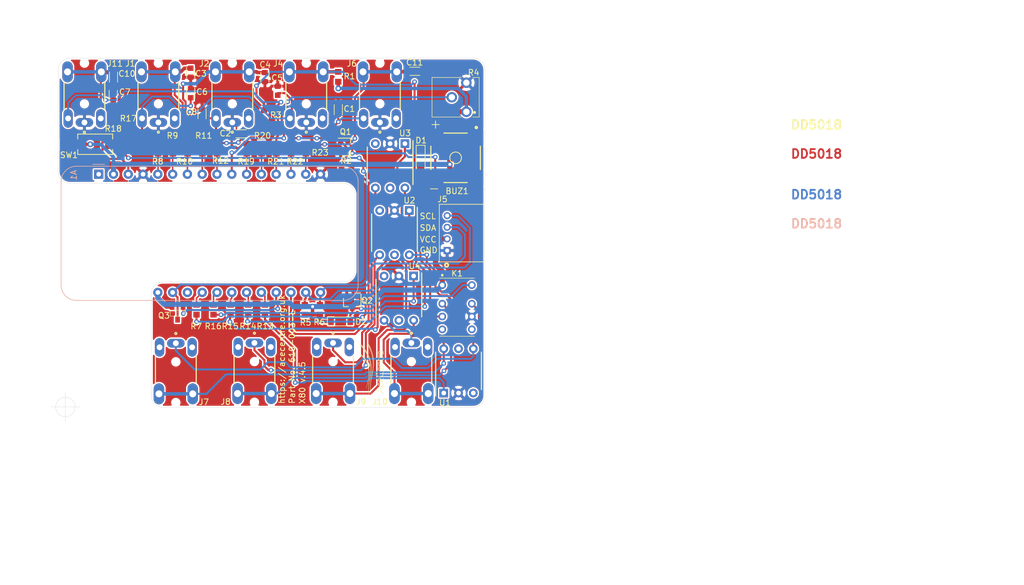
<source format=kicad_pcb>
(kicad_pcb (version 20211014) (generator pcbnew)
  (title_block (title "DD5018 X80 MAIN PCB V4.5") (date "2023-01-05") (rev "DD5018") (company "MJ Electronics Ltd.") (comment 1 "1661 Melton Road") (comment 2 "East Goscote") (comment 3 "Leicestershire") (comment 4 "LE7 4YQ") (comment 5 "01162-693833") (comment 6 "sales@mjelectronics.co.uk") (comment 7 "PTH PLATED THROUGH HOLE") (comment 8 "1 & 2 GREEN") (comment 9 "1 & 2 WHITE"))
  (layers (0 "F.Cu" signal) (31 "B.Cu" signal) (34 "B.Paste" user) (35 "F.Paste" user) (36 "B.SilkS" user "B.Silkscreen") (37 "F.SilkS" user "F.Silkscreen") (38 "B.Mask" user) (39 "F.Mask" user) (44 "Edge.Cuts" user))
  (net 0 "")
  (net 1 "GND")
  (net 2 "/RST")
  (net 3 "/A5")
  (net 4 "/GPIOSCK")
  (net 5 "VCC")
  (net 6 "/GPIOMOSI")
  (net 7 "/GPIOMISO")
  (net 8 "/SCL")
  (net 9 "/SDA")
  (net 10 "/GPIO02")
  (net 11 "/GPIO08")
  (net 12 "/GPIO09")
  (net 13 "/GPIO10")
  (net 14 "/GPIO11")
  (net 15 "/GPIO12")
  (net 16 "/USB")
  (net 17 "/A0")
  (net 18 "/A4")
  (net 19 "/A1")
  (net 20 "/A2")
  (net 21 "/A3")
  (net 22 "/J6_P")
  (net 23 "Net-(Q1-PadB)")
  (net 24 "Net-(Q2-PadB)")
  (net 25 "Net-(A1-Pad5)")
  (net 29 "Net-(A1-Pad6)")
  (net 30 "/A7-VREF")
  (net 31 "Net-(A1-Pad7)")
  (net 34 "/J5_G")
  (net 36 "Net-(A1-Pad8)")
  (net 37 "/J5_P")
  (net 38 "/J4_G")
  (net 41 "/J4_P")
  (net 42 "/J3_G")
  (net 45 "/J3_P")
  (net 46 "/J2_G")
  (net 49 "/J2_P")
  (net 58 "Net-(BUZ1-Pad3)")
  (net 61 "Net-(D2-PadA)")
  (net 62 "Net-(R13-Pad2)")
  (net 63 "Net-(R14-Pad2)")
  (net 64 "Net-(R15-Pad2)")
  (net 65 "Net-(R16-Pad2)")
  (net 66 "Net-(A1-Pad9)")
  (net 67 "/D0")
  (net 68 "/D1")
  (net 70 "Net-(A1-Pad11)")
  (net 71 "Net-(A1-Pad12)")
  (net 72 "Net-(A1-Pad13)")
  (net 73 "Net-(A1-Pad14)")
  (net 74 "Net-(A1-Pad15)")
  (net 75 "Net-(A1-Pad20)")
  (net 76 "Net-(A1-Pad3)")
  (net 77 "Net-(A1-Pad27)")
  (footprint "X10 - Main Board_RevB:CAPC1608X85" (layer "F.Cu") (at 139.0161 77.5511 -90)
    (fp_text reference "C3")
    (fp_text value "10nF")
  )
  (footprint "X10 - Main Board_RevB:CAPC1608X85" (layer "F.Cu") (at 125.7161 81.4511 90)
    (fp_text reference "C7")
    (fp_text value "10nF")
  )
  (footprint "X10 - Main Board_RevB:3306P1103" (layer "F.Cu") (at 183.8661 81.7716 90)
    (fp_text reference "R4")
    (fp_text value "POT-3306P")
  )
  (footprint "X10 - Main Board_RevB:R0603" (layer "F.Cu") (at 151.7661 118.2871 -90)
    (fp_text reference "R13")
    (fp_text value "390R")
  )
  (footprint "Connector_BarrelJack:1503-19" (layer "F.Cu") (at 133.4661 71.3961 -90)
    (fp_text reference "J1")
    (fp_text value "1503 19")
  )
  (footprint "X10 - Main Board_RevB:R0603" (layer "F.Cu") (at 158.6161 118.3011 -90)
    (fp_text reference "R5")
    (fp_text value "4.7k")
  )
  (footprint "X10 - Main Board_RevB:CAPC1608X85" (layer "F.Cu") (at 177.5161 77.3011)
    (fp_text reference "C11")
    (fp_text value "10nF")
  )
  (footprint "X10 - Main Board_RevB:R0603" (layer "F.Cu") (at 161.2161 118.3011 -90)
    (fp_text reference "R6")
    (fp_text value "4.7k")
  )
  (footprint "X10 - Main Board_RevB:DIP762W47P254L880H410Q6N" (layer "F.Cu") (at 173.2661 93.5511 -90)
    (fp_text reference "U3")
    (fp_text value "LH1500AT ")
  )
  (footprint "X10 - Main Board_RevB:R0603" (layer "F.Cu") (at 151.1911 90.6011 90)
    (fp_text reference "R20")
    (fp_text value "100R")
  )
  (footprint "X10 - Main Board_RevB:DIP762W47P254L880H410Q6N" (layer "F.Cu") (at 174.7661 116.3011 -90)
    (fp_text reference "U4")
    (fp_text value "LH1500AT ")
  )
  (footprint "Connector_BarrelJack:1503-19" (layer "F.Cu") (at 163.4661 138.698784 90)
    (fp_text reference "J9")
    (fp_text value "1503 19")
  )
  (footprint "X10 - Main Board_RevB:R0603" (layer "F.Cu") (at 138.4911 90.6011 -90)
    (fp_text reference "R10")
    (fp_text value "100R")
  )
  (footprint "X10 - Main Board_RevB:R0603" (layer "F.Cu") (at 148.6511 90.6011 90)
    (fp_text reference "R19")
    (fp_text value "100R")
  )
  (footprint "JST_CONNECTORS:JST_S4B-PH-K-S(LF)(SN)" (layer "F.Cu") (at 183.0661 108.117891 90)
    (fp_text reference "J5")
    (fp_text value "1 X 4 WAY")
  )
  (footprint "X10 - Main Board_RevB:R0603" (layer "F.Cu") (at 156.2711 90.6011 90)
    (fp_text reference "R22")
    (fp_text value "100R")
  )
  (footprint "X10 - Main Board_RevB:R0603" (layer "F.Cu") (at 165.7661 94.3011 180)
    (fp_text reference "R2")
    (fp_text value "1k")
  )
  (footprint "X10 - Main Board_RevB:R0603" (layer "F.Cu") (at 135.9511 90.6011 -90)
    (fp_text reference "R9")
    (fp_text value "100R")
  )
  (footprint "X10 - Main Board_RevB:R0603" (layer "F.Cu") (at 140.0151 118.2871 -90)
    (fp_text reference "R7")
    (fp_text value "1k")
  )
  (footprint "Connector_BarrelJack:1503-19" (layer "F.Cu") (at 176.9161 138.7011 90)
    (fp_text reference "J10")
    (fp_text value "1503 19")
  )
  (footprint "X10 - Main Board_RevB:R0603" (layer "F.Cu") (at 141.0311 90.6011 -90)
    (fp_text reference "R11")
    (fp_text value "100R")
  )
  (footprint "X10 - Main Board_RevB:R0603" (layer "F.Cu") (at 151.6161 84.8511 -90)
    (fp_text reference "R3")
    (fp_text value "100k")
  )
  (footprint "X10 - Main Board_RevB:CAPC1608X85" (layer "F.Cu") (at 147.6511 88.0511 180)
    (fp_text reference "C2")
    (fp_text value "10nF")
  )
  (footprint "X10 - Main Board_RevB:IM03TS114620378" (layer "F.Cu") (at 182.2261 114.0606 -90)
    (fp_text reference "K1")
    (fp_text value " IM01TS")
  )
  (footprint "X10 - Main Board_RevB:R0603" (layer "F.Cu") (at 143.5711 90.6011 -90)
    (fp_text reference "R12")
    (fp_text value "100R")
  )
  (footprint "X10 - Main Board_RevB:R0603" (layer "F.Cu") (at 145.8571 118.2871 -90)
    (fp_text reference "R15")
    (fp_text value "390R")
  )
  (footprint "X10 - Main Board_RevB:DIP762W47P254L880H410Q6N" (layer "F.Cu") (at 185.0161 128.8011 90)
    (fp_text reference "U1")
    (fp_text value "LH1500AT ")
  )
  (footprint "Buzzer_Beeper:CMT8530SSMTTR" (layer "F.Cu") (at 184.5161 92.1796 180)
    (fp_text reference "BUZ1")
    (fp_text value "CMT-8530S-SMT")
  )
  (footprint "X10 - Main Board_RevB:SOT-23" (layer "F.Cu") (at 166.7661 117.0511 180)
    (fp_text reference "Q2")
    (fp_text value "NPN-SOT-23")
  )
  (footprint "Connector_BarrelJack:1503-19" (layer "F.Cu") (at 158.8661 71.3961 -90)
    (fp_text reference "J4")
    (fp_text value "1503 19")
  )
  (footprint "Button_Switch_SMD:DTSM-32S-B" (layer "F.Cu") (at 122.6161 89.8511)
    (fp_text reference "SW1")
    (fp_text value "SW_mini_SMT" hide)
  )
  (footprint "Connector_BarrelJack:1503-19" (layer "F.Cu") (at 136.4661 138.7511 90)
    (fp_text reference "J7")
    (fp_text value "1503 19")
  )
  (footprint "X10 - Main Board_RevB:R0603" (layer "F.Cu") (at 133.4111 90.6011 -90)
    (fp_text reference "R8")
    (fp_text value "100R")
  )
  (footprint "X10 - Main Board_RevB:R0603" (layer "F.Cu") (at 142.9361 118.2871 -90)
    (fp_text reference "R16")
    (fp_text value "390R")
  )
  (footprint "Connector_BarrelJack:1503-19" (layer "F.Cu") (at 171.5111 71.3961 -90)
    (fp_text reference "J6")
    (fp_text value "1503 19")
  )
  (footprint "Connector_BarrelJack:1503-19" (layer "F.Cu") (at 146.1661 71.3961 -90)
    (fp_text reference "J2")
    (fp_text value "1503 19")
  )
  (footprint "X10 - Main Board_RevB:CAPC1608X85" (layer "F.Cu") (at 151.7661 78.3011 -90)
    (fp_text reference "C4")
    (fp_text value "10nF")
  )
  (footprint "X10 - Main Board_RevB:R0603" (layer "F.Cu") (at 128.0661 83.3011 -90)
    (fp_text reference "R17")
    (fp_text value "22k")
  )
  (footprint "X10 - Main Board_RevB:SOD-123" (layer "F.Cu") (at 164.7661 120.3011)
    (fp_text reference "D2")
    (fp_text value "DIODE-SOD-123")
  )
  (footprint "X10 - Main Board_RevB:CAPC1608X85" (layer "F.Cu") (at 125.7661 78.3011 -90)
    (fp_text reference "C10")
    (fp_text value "10nF")
  )
  (footprint "X10 - Main Board_RevB:CAPC1608X85" (layer "F.Cu") (at 139.0161 81.0757 90)
    (fp_text reference "C6")
    (fp_text value "10nF")
  )
  (footprint "MyLibraryKiV6:SOT23-MMBT4401B" (layer "F.Cu") (at 136.7661 118.9011 180)
    (fp_text reference "Q3")
    (fp_text value "PNP-BIASED-2K2" hide)
  )
  (footprint "X10 - Main Board_RevB:SOT-23" (layer "F.Cu") (at 165.7661 90.3011 -90)
    (fp_text reference "Q1")
    (fp_text value "NPN-SOT-23")
  )
  (footprint "X10 - Main Board_RevB:R0603" (layer "F.Cu") (at 153.7311 90.6011 90)
    (fp_text reference "R21")
    (fp_text value "100R")
  )
  (footprint "X10 - Main Board_RevB:R0603" (layer "F.Cu") (at 125.7661 85.0011 -90)
    (fp_text reference "R18")
    (fp_text value "100R")
  )
  (footprint "X10 - Main Board_RevB:CAPC1608X85" (layer "F.Cu") (at 140.9661 84.6011 90)
    (fp_text reference "C8")
    (fp_text value "10nF")
  )
  (footprint "Connector_BarrelJack:1503-19" (layer "F.Cu") (at 120.7661 71.403416 -90)
    (fp_text reference "J11")
    (fp_text value "1503 19")
  )
  (footprint "Connector_BarrelJack:1503-19" (layer "F.Cu") (at 149.9661 138.698784 90)
    (fp_text reference "J8")
    (fp_text value "1503 19")
  )
  (footprint "X10 - Main Board_RevB:R0603" (layer "F.Cu") (at 164.3661 78.2511 90)
    (fp_text reference "R1")
    (fp_text value "3.3k")
  )
  (footprint "X10 - Main Board_RevB:LOGO_10MM" (layer "F.Cu") (at 172.2086 133.3436 90)
    (fp_text reference "REF**" hide)
    (fp_text value "")
  )
  (footprint "X10 - Main Board_RevB:SOD-123" (layer "F.Cu") (at 178.5161 92.3011 -90)
    (fp_text reference "D1")
    (fp_text value "DIODE-SOD-123")
  )
  (footprint "X10 - Main Board_RevB:CAPC1608X85" (layer "F.Cu") (at 153.9661 80.6476 90)
    (fp_text reference "C5")
    (fp_text value "10nF")
  )
  (footprint "X10 - Main Board_RevB:R0603" (layer "F.Cu") (at 148.9051 118.2871 -90)
    (fp_text reference "R14")
    (fp_text value "390R")
  )
  (footprint "X10 - Main Board_RevB:CAPC1608X85" (layer "F.Cu") (at 164.3661 83.9011 90)
    (fp_text reference "C1")
    (fp_text value "10nF")
  )
  (footprint "X10 - Main Board_RevB:DIP762W47P254L880H410Q6N" (layer "F.Cu") (at 174.0161 105.0511 -90)
    (fp_text reference "U2")
    (fp_text value "LH1500AT ")
  )
  (footprint "X10 - Main Board_RevB:R0603" (layer "F.Cu") (at 158.8111 90.6011 90)
    (fp_text reference "R23")
    (fp_text value "100R")
  )
  (footprint "Module:Adafruit_Feather" (layer "B.Cu") (at 123.2161 94.9986 -90)
    (fp_text reference "A1")
    (fp_text value "Adafruit_Feather_M0_Basic_Proto")
  )
  (gr_line (start 118.2661 75.0511) (end 187.5161 75.0511) (layer "Edge.Cuts") (width 0.05))
  (gr_line (start 116.2661 94.5511) (end 116.2661 77.0511) (layer "Edge.Cuts") (width 0.05))
  (gr_line (start 167.2661 98.5511) (end 167.2661 111.5511) (layer "Edge.Cuts") (width 0.05))
  (gr_arc (start 118.2661 96.5511) (mid 116.851886 95.965314) (end 116.2661 94.5511) (layer "Edge.Cuts") (width 0.05))
  (gr_arc (start 167.2661 111.5511) (mid 166.680314 112.965314) (end 165.2661 113.5511) (layer "Edge.Cuts") (width 0.05))
  (gr_line (start 189.5161 77.0511) (end 189.5161 133.0511) (layer "Edge.Cuts") (width 0.05))
  (gr_line (start 132.2661 133.0511) (end 132.2661 115.5511) (layer "Edge.Cuts") (width 0.05))
  (gr_arc (start 134.2661 135.0511) (mid 132.851886 134.465314) (end 132.2661 133.0511) (layer "Edge.Cuts") (width 0.05))
  (gr_line (start 187.5161 135.0511) (end 134.2661 135.0511) (layer "Edge.Cuts") (width 0.05))
  (gr_line (start 118.2661 96.5511) (end 165.2661 96.5511) (layer "Edge.Cuts") (width 0.05))
  (gr_arc (start 165.2661 96.5511) (mid 166.680314 97.136886) (end 167.2661 98.5511) (layer "Edge.Cuts") (width 0.05))
  (gr_line (start 134.2661 113.5511) (end 165.2661 113.5511) (layer "Edge.Cuts") (width 0.05))
  (gr_arc (start 132.2661 115.5511) (mid 132.851886 114.136886) (end 134.2661 113.5511) (layer "Edge.Cuts") (width 0.05))
  (gr_arc (start 116.2661 77.0511) (mid 116.851886 75.636886) (end 118.2661 75.0511) (layer "Edge.Cuts") (width 0.05))
  (gr_arc (start 187.5161 75.0511) (mid 188.930314 75.636886) (end 189.5161 77.0511) (layer "Edge.Cuts") (width 0.05))
  (gr_arc (start 189.5161 133.0511) (mid 188.930314 134.465314) (end 187.5161 135.0511) (layer "Edge.Cuts") (width 0.05))
  (gr_text "DD5018" (at 246.5011 91.5036) (layer "F.Cu") (effects (font (size 1.5 1.5) (thickness 0.3))))
  (gr_text "DD5018" (at 246.5011 98.5036) (layer "B.Cu") (effects (font (size 1.5 1.5) (thickness 0.3))))
  (gr_text "DD5018" (at 246.5011 103.5036) (layer "B.SilkS") (effects (font (size 1.5 1.5) (thickness 0.3))))
  (gr_text "SDA" (at 178.2661 104.8011) (layer "F.SilkS") (effects (font (size 1 1)) (justify left bottom)))
  (gr_text "https://acecentre.org.uk" (at 155.2661 134.5511 90) (layer "F.SilkS") (effects (font (size 1 1)) (justify left bottom)))
  (gr_text "GND" (at 178.2661 108.6351) (layer "F.SilkS") (effects (font (size 1 1)) (justify left bottom)))
  (gr_text "DD5018" (at 246.5011 86.5036) (layer "F.SilkS") (effects (font (size 1.5 1.5) (thickness 0.3))))
  (gr_text "VCC" (at 178.2661 106.8011) (layer "F.SilkS") (effects (font (size 1 1)) (justify left bottom)))
  (gr_text "SCL" (at 178.2661 102.8011) (layer "F.SilkS") (effects (font (size 1 1)) (justify left bottom)))
  (gr_text "X80 v.4.5" (at 158.7661 134.5511 90) (layer "F.SilkS") (effects (font (size 1 1)) (justify left bottom)))
  (gr_text "Part No. 610-003-E" (at 157.0161 134.5511 90) (layer "F.SilkS") (effects (font (size 1 1)) (justify left bottom)))
  (target plus (at 117.5011 135.0036) (size 5) (width 0.05) (layer "Edge.Cuts"))
  (segment (start 146.8765 88.0511) (end 146.8765 86.8065) (width 0.25) (layer "F.Cu") (net 1))
  (segment (start 146.8765 86.8065) (end 146.1661 86.0961) (width 0.25) (layer "F.Cu") (net 1))
  (segment (start 146.0661 91.3011) (end 146.0761 91.3111) (width 0.35) (layer "F.Cu") (net 3))
  (segment (start 154.6661 83.6011) (end 155.6661 82.6011) (width 0.35) (layer "F.Cu") (net 3))
  (segment (start 154.6661 83.6011) (end 154.6661 87.5511) (width 0.35) (layer "F.Cu") (net 3))
  (segment (start 146.0761 91.3111) (end 146.0761 94.9986) (width 0.35) (layer "F.Cu") (net 3))
  (segment (start 155.6661 82.5511) (end 155.6661 82.6011) (width 0.35) (layer "F.Cu") (net 3))
  (segment (start 155.0161 87.9011) (end 155.0161 88.8011) (width 0.35) (layer "F.Cu") (net 3))
  (segment (start 154.6661 87.5511) (end 155.0161 87.9011) (width 0.35) (layer "F.Cu") (net 3))
  (via (at 155.6661 82.5511) (size 0.8) (drill 0.4) (layers "F.Cu" "B.Cu") (net 3))
  (via (at 146.0661 91.3011) (size 0.8) (drill 0.4) (layers "F.Cu" "B.Cu") (net 3))
  (via (at 155.0161 88.8011) (size 0.8) (drill 0.4) (layers "F.Cu" "B.Cu") (net 3))
  (segment (start 146.5661 91.3011) (end 149.0661 88.8011) (width 0.35) (layer "B.Cu") (net 3))
  (segment (start 183.8661 81.7716) (end 156.4456 81.7716) (width 0.35) (layer "B.Cu") (net 3))
  (segment (start 156.4456 81.7716) (end 155.6661 82.5511) (width 0.35) (layer "B.Cu") (net 3))
  (segment (start 155.0161 88.8011) (end 149.0661 88.8011) (width 0.35) (layer "B.Cu") (net 3))
  (segment (start 146.5661 91.3011) (end 146.0661 91.3011) (width 0.35) (layer "B.Cu") (net 3))
  (segment (start 146.0661 90.0011) (end 146.0661 88.8511) (width 0.35) (layer "F.Cu") (net 4))
  (segment (start 143.3661 87.5011) (end 143.3661 85.3961) (width 0.35) (layer "F.Cu") (net 4))
  (segment (start 147.2661 90.5011) (end 146.5661 90.5011) (width 0.35) (layer "F.Cu") (net 4))
  (segment (start 148.9461 89.6486) (end 148.1186 89.6486) (width 0.35) (layer "F.Cu") (net 4))
  (segment (start 145.0161 87.8011) (end 143.6661 87.8011) (width 0.35) (layer "F.Cu") (net 4))
  (segment (start 140.9661 85.3757) (end 143.3457 85.3757) (width 0.35) (layer "F.Cu") (net 4))
  (segment (start 143.3457 85.3757) (end 143.3661 85.3961) (width 0.35) (layer "F.Cu") (net 4))
  (segment (start 148.1186 89.6486) (end 147.2661 90.5011) (width 0.35) (layer "F.Cu") (net 4))
  (segment (start 146.5661 90.5011) (end 146.0661 90.0011) (width 0.35) (layer "F.Cu") (net 4))
  (segment (start 146.0661 88.8511) (end 145.0161 87.8011) (width 0.35) (layer "F.Cu") (net 4))
  (segment (start 143.6661 87.8011) (end 143.3661 87.5011) (width 0.35) (layer "F.Cu") (net 4))
  (segment (start 181.099309 106.117891) (end 183.0661 106.117891) (width 0.9) (layer "F.Cu") (net 5))
  (segment (start 181.0661 106.1511) (end 181.0661 110.5511) (width 0.9) (layer "F.Cu") (net 5))
  (segment (start 179.0446 90.6511) (end 181.0161 88.6796) (width 0.9) (layer "F.Cu") (net 5))
  (segment (start 159.9461 119.1511) (end 159.9461 117.7591) (width 0.6) (layer "F.Cu") (net 5))
  (segment (start 183.5161 91.1796) (end 181.0161 88.6796) (width 0.9) (layer "F.Cu") (net 5))
  (segment (start 182.2261 111.7111) (end 182.2261 114.0606) (width 0.9) (layer "F.Cu") (net 5))
  (segment (start 134.8739 117.8089) (end 134.8379 117.8089) (width 0.6) (layer "F.Cu") (net 5))
  (segment (start 161.2161 119.1511) (end 161.2161 120.0511) (width 0.6) (layer "F.Cu") (net 5))
  (segment (start 135.8263 117.8089) (end 134.8739 117.8089) (width 0.6) (layer "F.Cu") (net 5))
  (segment (start 161.2161 120.0511) (end 161.4661 120.3011) (width 0.6) (layer "F.Cu") (net 5))
  (segment (start 133.3761 116.3471) (end 133.3761 115.3186) (width 0.6) (layer "F.Cu") (net 5))
  (segment (start 161.4661 120.3011) (end 163.1161 120.3011) (width 0.6) (layer "F.Cu") (net 5))
  (segment (start 159.9461 117.7591) (end 159.9541 117.7511) (width 0.6) (layer "F.Cu") (net 5))
  (segment (start 164.3661 79.1011) (end 164.3661 80.2511) (width 0.6) (layer "F.Cu") (net 5))
  (segment (start 181.0661 106.1511) (end 181.099309 106.117891) (width 0.9) (layer "F.Cu") (net 5))
  (segment (start 181.0661 100.4511) (end 183.5161 98.0011) (width 0.9) (layer "F.Cu") (net 5))
  (segment (start 183.5456 84.2716) (end 181.0161 86.8011) (width 0.9) (layer "F.Cu") (net 5))
  (segment (start 158.6161 119.1511) (end 159.9461 119.1511) (width 0.6) (layer "F.Cu") (net 5))
  (segment (start 181.0661 110.5511) (end 182.2261 111.7111) (width 0.9) (layer "F.Cu") (net 5))
  (segment (start 183.5161 98.0011) (end 183.5161 93.3011) (width 0.9) (layer "F.Cu") (net 5))
  (segment (start 134.8379 117.8089) (end 133.3761 116.3471) (width 0.6) (layer "F.Cu") (net 5))
  (segment (start 183.5161 93.3011) (end 183.5161 91.1796) (width 0.9) (layer "F.Cu") (net 5))
  (segment (start 159.9461 119.1511) (end 161.2161 119.1511) (width 0.6) (layer "F.Cu") (net 5))
  (segment (start 118.9161 89.8511) (end 121.765 89.8511) (width 0.6) (layer "F.Cu") (net 5))
  (segment (start 186.3661 84.2716) (end 183.5456 84.2716) (width 0.9) (layer "F.Cu") (net 5))
  (segment (start 178.5161 90.6511) (end 179.0446 90.6511) (width 0.9) (layer "F.Cu") (net 5))
  (segment (start 181.0661 100.4511) (end 181.0661 106.1511) (width 0.9) (layer "F.Cu") (net 5))
  (segment (start 181.0161 86.8011) (end 181.0161 88.6796) (width 0.9) (layer "F.Cu") (net 5))
  (via (at 121.765 89.8511) (size 1) (drill 0.5) (layers "F.Cu" "B.Cu") (net 5))
  (via (at 164.3661 80.2511) (size 1) (drill 0.5) (layers "F.Cu" "B.Cu") (net 5))
  (via (at 183.5161 93.3011) (size 1) (drill 0.5) (layers "F.Cu" "B.Cu") (net 5))
  (via (at 159.9541 117.7511) (size 1) (drill 0.5) (layers "F.Cu" "B.Cu") (net 5))
  (segment (start 169.986394 117.072278) (end 170.528771 116.529901) (width 0.9) (layer "B.Cu") (net 5))
  (segment (start 125.7661 92.0511) (end 125.7661 93.3011) (width 0.6) (layer "B.Cu") (net 5))
  (segment (start 164.3661 80.2511) (end 184.9661 80.2511) (width 0.6) (layer "B.Cu") (net 5))
  (segment (start 123.5661 89.8511) (end 121.765 89.8511) (width 0.6) (layer "B.Cu") (net 5))
  (segment (start 152.867382 117.3511) (end 153.146204 117.072278) (width 0.9) (layer "B.Cu") (net 5))
  (segment (start 133.3761 116.3111) (end 134.4161 117.3511) (width 0.9) (layer "B.Cu") (net 5))
  (segment (start 186.3661 81.6511) (end 186.3661 84.2716) (width 0.6) (layer "B.Cu") (net 5))
  (segment (start 125.7661 93.3011) (end 183.5161 93.3011) (width 0.9) (layer "B.Cu") (net 5))
  (segment (start 170.528771 116.512329) (end 172.1327 114.9084) (width 0.9) (layer "B.Cu") (net 5))
  (segment (start 134.4161 117.3511) (end 152.867382 117.3511) (width 0.9) (layer "B.Cu") (net 5))
  (segment (start 172.1327 114.9084) (end 181.3783 114.9084) (width 0.9) (layer "B.Cu") (net 5))
  (segment (start 184.9661 80.2511) (end 186.3661 81.6511) (width 0.6) (layer "B.Cu") (net 5))
  (segment (start 125.7561 93.3111) (end 125.7661 93.3011) (width 0.9) (layer "B.Cu") (net 5))
  (segment (start 123.5661 89.8511) (end 125.7661 92.0511) (width 0.6) (layer "B.Cu") (net 5))
  (segment (start 125.7561 94.9986) (end 125.7561 93.3111) (width 0.9) (layer "B.Cu") (net 5))
  (segment (start 170.528771 116.529901) (end 170.528771 116.512329) (width 0.9) (layer "B.Cu") (net 5))
  (segment (start 156.6661 117.7511) (end 159.9541 117.7511) (width 0.9) (layer "B.Cu") (net 5))
  (segment (start 169.986394 117.072278) (end 167.444922 117.072278) (width 0.9) (layer "B.Cu") (net 5))
  (segment (start 166.7661 117.7511) (end 159.9541 117.7511) (width 0.9) (layer "B.Cu") (net 5))
  (segment (start 167.444922 117.072278) (end 166.7661 117.7511) (width 0.9) (layer "B.Cu") (net 5))
  (segment (start 133.3761 115.3186) (end 133.3761 116.3111) (width 0.9) (layer "B.Cu") (net 5))
  (segment (start 155.987278 117.072278) (end 156.6661 117.7511) (width 0.9) (layer "B.Cu") (net 5))
  (segment (start 153.146204 117.072278) (end 155.987278 117.072278) (width 0.9) (layer "B.Cu") (net 5))
  (segment (start 181.3783 114.9084) (end 182.2261 114.0606) (width 0.9) (layer "B.Cu") (net 5))
  (segment (start 125.7161 82.2257) (end 124.4415 82.2257) (width 0.35) (layer "F.Cu") (net 7))
  (segment (start 153.7311 88.6961) (end 153.7311 89.7511) (width 0.35) (layer "F.Cu") (net 7))
  (segment (start 124.4415 82.2257) (end 124.4161 82.2511) (width 0.35) (layer "F.Cu") (net 7))
  (segment (start 154.51551 82.601131) (end 153.9851 83.131541) (width 0.35) (layer "F.Cu") (net 7))
  (segment (start 153.9851 88.4421) (end 153.7311 88.6961) (width 0.35) (layer "F.Cu") (net 7))
  (segment (start 153.9851 83.131541) (end 153.9851 88.4421) (width 0.35) (layer "F.Cu") (net 7))
  (via (at 124.4161 82.2511) (size 0.8) (drill 0.4) (layers "F.Cu" "B.Cu") (net 7))
  (via (at 154.51551 82.601131) (size 0.8) (drill 0.4) (layers "F.Cu" "B.Cu") (net 7))
  (segment (start 124.4161 82.2511) (end 123.593895 81.428895) (width 0.35) (layer "B.Cu") (net 7))
  (segment (start 119.288305 81.428895) (end 117.9661 82.7511) (width 0.35) (layer "B.Cu") (net 7))
  (segment (start 151.466131 82.601131) (end 154.51551 82.601131) (width 0.35) (layer "B.Cu") (net 7))
  (segment (start 123.593895 81.428895) (end 119.288305 81.428895) (width 0.35) (layer "B.Cu") (net 7))
  (segment (start 124.4161 82.2511) (end 126.1661 82.2511) (width 0.35) (layer "B.Cu") (net 7))
  (segment (start 126.1661 82.2511) (end 127.6661 80.7511) (width 0.35) (layer "B.Cu") (net 7))
  (segment (start 149.6161 80.7511) (end 151.466131 82.601131) (width 0.35) (layer "B.Cu") (net 7))
  (segment (start 117.9661 82.7511) (end 117.9661 85.403416) (width 0.35) (layer "B.Cu") (net 7))
  (segment (start 127.6661 80.7511) (end 149.6161 80.7511) (width 0.35) (layer "B.Cu") (net 7))
  (segment (start 158.7761 116.3411) (end 158.6161 116.5011) (width 0.35) (layer "F.Cu") (net 8))
  (segment (start 158.7761 115.3186) (end 158.7761 116.3411) (width 0.35) (layer "F.Cu") (net 8))
  (segment (start 158.6161 116.5011) (end 158.6161 117.4511) (width 0.35) (layer "F.Cu") (net 8))
  (segment (start 159.9086 116.4511) (end 162.9661 116.4511) (width 0.35) (layer "B.Cu") (net 8))
  (segment (start 162.9661 116.4511) (end 164.3661 115.0511) (width 0.35) (layer "B.Cu") (net 8))
  (segment (start 186.9661 110.1511) (end 186.9661 104.184682) (width 0.35) (layer "B.Cu") (net 8))
  (segment (start 171.6661 111.0511) (end 186.0661 111.0511) (width 0.35) (layer "B.Cu") (net 8))
  (segment (start 186.9661 104.184682) (end 184.899309 102.117891) (width 0.35) (layer "B.Cu") (net 8))
  (segment (start 169.7661 115.0511) (end 170.8481 113.9691) (width 0.35) (layer "B.Cu") (net 8))
  (segment (start 170.8481 111.8691) (end 171.6661 111.0511) (width 0.35) (layer "B.Cu") (net 8))
  (segment (start 164.3661 115.0511) (end 169.7661 115.0511) (width 0.35) (layer "B.Cu") (net 8))
  (segment (start 186.0661 111.0511) (end 186.9661 110.1511) (width 0.35) (layer "B.Cu") (net 8))
  (segment (start 184.899309 102.117891) (end 183.0661 102.117891) (width 0.35) (layer "B.Cu") (net 8))
  (segment (start 158.7761 115.3186) (end 159.9086 116.4511) (width 0.35) (layer "B.Cu") (net 8))
  (segment (start 170.8481 113.9691) (end 170.8481 111.8691) (width 0.35) (layer "B.Cu") (net 8))
  (segment (start 161.2161 116.3511) (end 161.2161 117.4511) (width 0.35) (layer "F.Cu") (net 9))
  (segment (start 161.3161 116.2511) (end 161.2161 116.3511) (width 0.35) (layer "F.Cu") (net 9))
  (segment (start 161.3161 115.3186) (end 161.3161 116.2511) (width 0.35) (layer "F.Cu") (net 9))
  (segment (start 186.1161 109.1431) (end 186.1161 105.3331) (width 0.35) (layer "B.Cu") (net 9))
  (segment (start 184.900891 104.117891) (end 183.0661 104.117891) (width 0.35) (layer "B.Cu") (net 9))
  (segment (start 169.7661 111.2511) (end 170.6661 110.3511) (width 0.35) (layer "B.Cu") (net 9))
  (segment (start 169.7661 113.5511) (end 169.7661 111.2511) (width 0.35) (layer "B.Cu") (net 9))
  (segment (start 168.8701 114.4471) (end 169.7661 113.5511) (width 0.35) (layer "B.Cu") (net 9))
  (segment (start 186.1161 105.3331) (end 184.900891 104.117891) (width 0.35) (layer "B.Cu") (net 9))
  (segment (start 168.8701 114.4511) (end 168.8701 114.4471) (width 0.35) (layer "B.Cu") (net 9))
  (segment (start 170.6661 110.3511) (end 184.9081 110.3511) (width 0.35) (layer "B.Cu") (net 9))
  (segment (start 184.9081 110.3511) (end 186.1161 109.1431) (width 0.35) (layer "B.Cu") (net 9))
  (segment (start 162.1836 114.4511) (end 168.8701 114.4511) (width 0.35) (layer "B.Cu") (net 9))
  (segment (start 161.3161 115.3186) (end 162.1836 114.4511) (width 0.35) (layer "B.Cu") (net 9))
  (segment (start 169.5661 96.5011) (end 167.3661 94.3011) (width 0.35) (layer "F.Cu") (net 10))
  (segment (start 156.9727 122.456) (end 167.2343 122.456) (width 0.35) (layer "F.Cu") (net 10))
  (segment (start 169.5661 120.1242) (end 169.5661 96.5011) (width 0.35) (layer "F.Cu") (net 10))
  (segment (start 167.2343 122.456) (end 169.5661 120.1242) (width 0.35) (layer "F.Cu") (net 10))
  (segment (start 156.2361 115.3186) (end 156.2361 121.7194) (width 0.35) (layer "F.Cu") (net 10))
  (segment (start 167.3661 94.3011) (end 166.6161 94.3011) (width 0.35) (layer "F.Cu") (net 10))
  (segment (start 156.2361 121.7194) (end 156.9727 122.456) (width 0.35) (layer "F.Cu") (net 10))
  (segment (start 151.7661 117.4371) (end 151.7661 115.9286) (width 0.25) (layer "F.Cu") (net 11))
  (segment (start 151.7661 115.9286) (end 151.1561 115.3186) (width 0.25) (layer "F.Cu") (net 11))
  (segment (start 148.9051 115.6076) (end 148.6161 115.3186) (width 0.25) (layer "F.Cu") (net 12))
  (segment (start 148.9051 117.4371) (end 148.9051 115.6076) (width 0.25) (layer "F.Cu") (net 12))
  (segment (start 146.0761 115.3186) (end 146.0761 116.2901) (width 0.25) (layer "F.Cu") (net 13))
  (segment (start 145.8571 116.5091) (end 145.8571 117.4371) (width 0.25) (layer "F.Cu") (net 13))
  (segment (start 146.0761 116.2901) (end 145.8571 116.5091) (width 0.25) (layer "F.Cu") (net 13))
  (segment (start 142.9361 115.9186) (end 143.5361 115.3186) (width 0.25) (layer "F.Cu") (net 14))
  (segment (start 142.9361 117.4371) (end 142.9361 115.9186) (width 0.25) (layer "F.Cu") (net 14))
  (segment (start 140.0151 117.4371) (end 140.0151 116.2996) (width 0.25) (layer "F.Cu") (net 15))
  (segment (start 140.0151 116.2996) (end 140.9961 115.3186) (width 0.25) (layer "F.Cu") (net 15))
  (segment (start 130.6661 85.3961) (end 130.6661 88.4911) (width 0.35) (layer "F.Cu") (net 17))
  (segment (start 131.9261 89.7511) (end 133.4111 89.7511) (width 0.35) (layer "F.Cu") (net 17))
  (segment (start 130.6661 88.4911) (end 131.9261 89.7511) (width 0.35) (layer "F.Cu") (net 17))
  (segment (start 139.0161 81.8503) (end 139.0161 83.2511) (width 0.35) (layer "F.Cu") (net 17))
  (via (at 139.0161 83.2511) (size 0.8) (drill 0.4) (layers "F.Cu" "B.Cu") (net 17))
  (segment (start 130.6661 83.3511) (end 132.3661 81.6511) (width 0.35) (layer "B.Cu") (net 17))
  (segment (start 130.6661 85.3961) (end 130.6661 83.3511) (width 0.35) (layer "B.Cu") (net 17))
  (segment (start 136.9661 83.2511) (end 139.0161 83.2511) (width 0.35) (layer "B.Cu") (net 17))
  (segment (start 132.3661 81.6511) (end 135.3661 81.6511) (width 0.35) (layer "B.Cu") (net 17))
  (segment (start 135.3661 81.6511) (end 136.9661 83.2511) (width 0.35) (layer "B.Cu") (net 17))
  (segment (start 147.8661 88.8511) (end 147.8661 88.6107) (width 0.35) (layer "F.Cu") (net 18))
  (segment (start 143.8961 89.6486) (end 145.1636 89.6486) (width 0.35) (layer "F.Cu") (net 18))
  (segment (start 147.193821 89.545386) (end 147.193821 89.523379) (width 0.35) (layer "F.Cu") (net 18))
  (segment (start 147.8661 88.6107) (end 148.4257 88.0511) (width 0.35) (layer "F.Cu") (net 18))
  (segment (start 145.1636 89.6486) (end 145.1661 89.6511) (width 0.35) (layer "F.Cu") (net 18))
  (segment (start 151.6161 86.8011) (end 151.6161 85.7011) (width 0.35) (layer "F.Cu") (net 18))
  (segment (start 148.4257 88.0511) (end 150.3661 88.0511) (width 0.35) (layer "F.Cu") (net 18))
  (segment (start 150.3661 88.0511) (end 151.6161 86.8011) (width 0.35) (layer "F.Cu") (net 18))
  (segment (start 147.193821 89.523379) (end 147.8661 88.8511) (width 0.35) (layer "F.Cu") (net 18))
  (via (at 145.1661 89.6511) (size 0.8) (drill 0.4) (layers "F.Cu" "B.Cu") (net 18))
  (via (at 147.193821 89.545386) (size 0.8) (drill 0.4) (layers "F.Cu" "B.Cu") (net 18))
  (segment (start 145.1661 89.6511) (end 147.088107 89.6511) (width 0.35) (layer "B.Cu") (net 18))
  (segment (start 147.088107 89.6511) (end 147.193821 89.545386) (width 0.35) (layer "B.Cu") (net 18))
  (segment (start 136.5861 88.0611) (end 136.6306 88.0611) (width 0.35) (layer "F.Cu") (net 19))
  (segment (start 137.636799 87.054901) (end 137.636799 85.925277) (width 0.35) (layer "F.Cu") (net 19))
  (segment (start 136.2661 77.3961) (end 137.3211 77.3961) (width 0.6) (layer "F.Cu") (net 19))
  (segment (start 135.9511 88.6961) (end 136.5861 88.0611) (width 0.35) (layer "F.Cu") (net 19))
  (segment (start 137.9407 76.7765) (end 139.0161 76.7765) (width 0.6) (layer "F.Cu") (net 19))
  (segment (start 136.2661 81.36091) (end 136.2661 77.3961) (width 0.35) (layer "F.Cu") (net 19))
  (segment (start 137.3211 77.3961) (end 137.9407 76.7765) (width 0.6) (layer "F.Cu") (net 19))
  (segment (start 137.637288 85.924788) (end 137.637288 82.732098) (width 0.35) (layer "F.Cu") (net 19))
  (segment (start 137.637288 82.732098) (end 136.2661 81.36091) (width 0.35) (layer "F.Cu") (net 19))
  (segment (start 135.9511 89.7511) (end 135.9511 88.6961) (width 0.35) (layer "F.Cu") (net 19))
  (segment (start 136.6306 88.0611) (end 137.636799 87.054901) (width 0.35) (layer "F.Cu") (net 19))
  (segment (start 137.636799 85.925277) (end 137.637288 85.924788) (width 0.35) (layer "F.Cu") (net 19))
  (segment (start 130.6661 77.3961) (end 136.2661 77.3961) (width 0.6) (layer "B.Cu") (net 19))
  (segment (start 150.4915 77.5265) (end 151.7661 77.5265) (width 0.6) (layer "F.Cu") (net 20))
  (segment (start 148.9661 77.3961) (end 150.3611 77.3961) (width 0.6) (layer "F.Cu") (net 20))
  (segment (start 138.4911 87.031402) (end 138.139199 86.679501) (width 0.35) (layer "F.Cu") (net 20))
  (segment (start 138.139199 86.679501) (end 138.139199 82.524199) (width 0.35) (layer "F.Cu") (net 20))
  (segment (start 138.139199 82.524199) (end 137.7161 82.1011) (width 0.35) (layer "F.Cu") (net 20))
  (segment (start 138.4911 89.7511) (end 138.4911 87.031402) (width 0.35) (layer "F.Cu") (net 20))
  (segment (start 137.7161 82.1011) (end 137.7161 79.4511) (width 0.35) (layer "F.Cu") (net 20))
  (segment (start 150.3611 77.3961) (end 150.4915 77.5265) (width 0.6) (layer "F.Cu") (net 20))
  (via (at 137.7161 79.4511) (size 0.8) (drill 0.4) (layers "F.Cu" "B.Cu") (net 20))
  (segment (start 143.3661 77.3961) (end 142.0211 77.3961) (width 0.6) (layer "B.Cu") (net 20))
  (segment (start 139.9661 79.4511) (end 137.7161 79.4511) (width 0.6) (layer "B.Cu") (net 20))
  (segment (start 142.0211 77.3961) (end 139.9661 79.4511) (width 0.6) (layer "B.Cu") (net 20))
  (segment (start 143.3661 77.3961) (end 148.9661 77.3961) (width 0.6) (layer "B.Cu") (net 20))
  (segment (start 153.9661 81.0503) (end 155.193294 81.0503) (width 0.35) (layer "F.Cu") (net 21))
  (segment (start 156.393001 85.069199) (end 156.0661 85.3961) (width 0.35) (layer "F.Cu") (net 21))
  (segment (start 141.0311 88.6961) (end 138.8661 86.5311) (width 0.35) (layer "F.Cu") (net 21))
  (segment (start 141.0311 89.7511) (end 141.0311 88.6961) (width 0.35) (layer "F.Cu") (net 21))
  (segment (start 138.8661 86.5311) (end 138.8661 84.3011) (width 0.35) (layer "F.Cu") (net 21))
  (segment (start 155.193294 81.0503) (end 156.393001 82.250007) (width 0.35) (layer "F.Cu") (net 21))
  (segment (start 156.393001 82.250007) (end 156.393001 85.069199) (width 0.35) (layer "F.Cu") (net 21))
  (via (at 138.8661 84.3011) (size 0.8) (drill 0.4) (layers "F.Cu" "B.Cu") (net 21))
  (segment (start 138.8661 84.3011) (end 140.2161 84.3011) (width 0.35) (layer "B.Cu") (net 21))
  (segment (start 152.8111 85.3961) (end 156.0661 85.3961) (width 0.35) (layer "B.Cu") (net 21))
  (segment (start 140.2161 84.3011) (end 142.8661 81.6511) (width 0.35) (layer "B.Cu") (net 21))
  (segment (start 149.0661 81.6511) (end 152.8111 85.3961) (width 0.35) (layer "B.Cu") (net 21))
  (segment (start 142.8661 81.6511) (end 149.0661 81.6511) (width 0.35) (layer "B.Cu") (net 21))
  (segment (start 178.4661 109.76101) (end 178.4661 100.997278) (width 0.35) (layer "F.Cu") (net 22))
  (segment (start 151.6161 84.0011) (end 151.6161 82.9011) (width 0.35) (layer "F.Cu") (net 22))
  (segment (start 150.3161 81.6011) (end 150.3161 79.8011) (width 0.35) (layer "F.Cu") (net 22))
  (segment (start 182.2261 119.4606) (end 180.5457 119.4606) (width 0.35) (layer "F.Cu") (net 22))
  (segment (start 161.6661 77.3961) (end 164.3611 77.3961) (width 0.6) (layer "F.Cu") (net 22))
  (segment (start 178.4661 100.997278) (end 177.4661 99.997278) (width 0.35) (layer "F.Cu") (net 22))
  (segment (start 150.3161 81.6011) (end 151.6161 82.9011) (width 0.35) (layer "F.Cu") (net 22))
  (segment (start 164.3611 77.3961) (end 164.3661 77.4011) (width 0.6) (layer "F.Cu") (net 22))
  (segment (start 180.5457 119.4606) (end 180.1375 119.0524) (width 0.35) (layer "F.Cu") (net 22))
  (segment (start 180.1375 119.0524) (end 180.1375 111.43241) (width 0.35) (layer "F.Cu") (net 22))
  (segment (start 180.1375 111.43241) (end 178.4661 109.76101) (width 0.35) (layer "F.Cu") (net 22))
  (segment (start 177.4661 99.997278) (end 177.4661 79.1011) (width 0.35) (layer "F.Cu") (net 22))
  (via (at 150.3161 79.8011) (size 0.8) (drill 0.4) (layers "F.Cu" "B.Cu") (net 22))
  (via (at 177.4661 79.1011) (size 0.8) (drill 0.4) (layers "F.Cu" "B.Cu") (net 22))
  (segment (start 167.3661 79.6011) (end 176.1661 79.6011) (width 0.35) (layer "B.Cu") (net 22))
  (segment (start 156.0661 77.3961) (end 161.6661 77.3961) (width 0.6) (layer "B.Cu") (net 22))
  (segment (start 167.3661 79.6011) (end 165.1611 77.3961) (width 0.35) (layer "B.Cu") (net 22))
  (segment (start 176.3161 79.6011) (end 176.9661 79.6011) (width 0.35) (layer "B.Cu") (net 22))
  (segment (start 150.3161 79.8011) (end 152.7211 77.3961) (width 0.35) (layer "B.Cu") (net 22))
  (segment (start 176.1661 79.6011) (end 176.3161 79.6011) (width 0.35) (layer "B.Cu") (net 22))
  (segment (start 152.7211 77.3961) (end 156.0661 77.3961) (width 0.35) (layer "B.Cu") (net 22))
  (segment (start 176.9661 79.6011) (end 177.4661 79.1011) (width 0.35) (layer "B.Cu") (net 22))
  (segment (start 165.1611 77.3961) (end 161.7661 77.3961) (width 0.35) (layer "B.Cu") (net 22))
  (segment (start 164.9161 93.0011) (end 164.9161 94.3011) (width 0.35) (layer "F.Cu") (net 23))
  (segment (start 165.7661 90.3511) (end 165.7661 92.1511) (width 0.35) (layer "F.Cu") (net 23))
  (segment (start 165.7661 92.1511) (end 164.9161 93.0011) (width 0.35) (layer "F.Cu") (net 23))
  (segment (start 164.7661 89.3511) (end 165.7661 90.3511) (width 0.35) (layer "F.Cu") (net 23))
  (segment (start 167.7161 116.0511) (end 169.064189 117.399189) (width 0.35) (layer "F.Cu") (net 24))
  (segment (start 140.0161 119.1381) (end 140.0151 119.1371) (width 0.35) (layer "F.Cu") (net 24))
  (segment (start 140.0161 120.3511) (end 140.0161 119.1381) (width 0.35) (layer "F.Cu") (net 24))
  (segment (start 169.064189 119.030536) (end 168.520525 119.5742) (width 0.35) (layer "F.Cu") (net 24))
  (segment (start 169.064189 117.399189) (end 169.064189 119.030536) (width 0.35) (layer "F.Cu") (net 24))
  (via (at 140.0161 120.3511) (size 0.8) (drill 0.4) (layers "F.Cu" "B.Cu") (net 24))
  (via (at 168.520525 119.5742) (size 0.8) (drill 0.4) (layers "F.Cu" "B.Cu") (net 24))
  (segment (start 168.393625 119.7011) (end 168.520525 119.5742) (width 0.35) (layer "B.Cu") (net 24))
  (segment (start 144.5661 120.3511) (end 145.464189 119.453011) (width 0.35) (layer "B.Cu") (net 24))
  (segment (start 140.0161 120.3511) (end 144.5661 120.3511) (width 0.35) (layer "B.Cu") (net 24))
  (segment (start 159.568011 119.453011) (end 159.8161 119.7011) (width 0.35) (layer "B.Cu") (net 24))
  (segment (start 145.464189 119.453011) (end 159.568011 119.453011) (width 0.35) (layer "B.Cu") (net 24))
  (segment (start 159.8161 119.7011) (end 168.393625 119.7011) (width 0.35) (layer "B.Cu") (net 24))
  (segment (start 133.4111 91.4511) (end 133.4111 94.9636) (width 0.25) (layer "F.Cu") (net 25))
  (segment (start 133.4111 94.9636) (end 133.3761 94.9986) (width 0.25) (layer "F.Cu") (net 25))
  (segment (start 135.9161 91.4861) (end 135.9511 91.4511) (width 0.25) (layer "F.Cu") (net 29))
  (segment (start 135.9161 94.9986) (end 135.9161 91.4861) (width 0.25) (layer "F.Cu") (net 29))
  (segment (start 124.7415 77.5265) (end 125.7661 77.5265) (width 0.6) (layer "F.Cu") (net 30))
  (segment (start 124.1161 83.4511) (end 125.0161 83.4511) (width 0.35) (layer "F.Cu") (net 30))
  (segment (start 123.5661 77.403416) (end 123.5661 82.9011) (width 0.35) (layer "F.Cu") (net 30))
  (segment (start 125.7161 84.1511) (end 125.7661 84.1511) (width 0.35) (layer "F.Cu") (net 30))
  (segment (start 124.618416 77.403416) (end 124.7415 77.5265) (width 0.6) (layer "F.Cu") (net 30))
  (segment (start 123.5661 77.403416) (end 124.618416 77.403416) (width 0.6) (layer "F.Cu") (net 30))
  (segment (start 123.5661 82.9011) (end 124.1161 83.4511) (width 0.35) (layer "F.Cu") (net 30))
  (segment (start 125.0161 83.4511) (end 125.7161 84.1511) (width 0.35) (layer "F.Cu") (net 30))
  (segment (start 117.9661 77.403416) (end 123.5661 77.403416) (width 0.6) (layer "B.Cu") (net 30))
  (segment (start 138.4561 94.9986) (end 138.4561 91.4861) (width 0.25) (layer "F.Cu") (net 31))
  (segment (start 138.4561 91.4861) (end 138.4911 91.4511) (width 0.25) (layer "F.Cu") (net 31))
  (segment (start 187.3061 117.2606) (end 188.5161 118.4706) (width 0.35) (layer "F.Cu") (net 34))
  (segment (start 187.5561 124.9911) (end 187.5561 123.5611) (width 0.35) (layer "F.Cu") (net 34))
  (segment (start 187.5561 123.5611) (end 188.5161 122.6011) (width 0.35) (layer "F.Cu") (net 34))
  (segment (start 188.5161 118.4706) (end 188.5161 122.6011) (width 0.35) (layer "F.Cu") (net 34))
  (segment (start 179.7661 128.3011) (end 181.342937 126.724263) (width 0.35) (layer "B.Cu") (net 34))
  (segment (start 187.142937 126.724263) (end 187.5561 126.3111) (width 0.35) (layer "B.Cu") (net 34))
  (segment (start 167.1185 128.1987) (end 168.592937 126.724263) (width 0.35) (layer "B.Cu") (net 34))
  (segment (start 136.4661 124.0511) (end 136.4661 125.3511) (width 0.35) (layer "B.Cu") (net 34))
  (segment (start 173.689263 126.724263) (end 175.2661 128.3011) (width 0.35) (layer "B.Cu") (net 34))
  (segment (start 152.2661 127.3011) (end 155.2661 127.3011) (width 0.35) (layer "B.Cu") (net 34))
  (segment (start 156.1637 128.1987) (end 167.1185 128.1987) (width 0.35) (layer "B.Cu") (net 34))
  (segment (start 139.6661 128.5511) (end 151.0161 128.5511) (width 0.35) (layer "B.Cu") (net 34))
  (segment (start 175.2661 128.3011) (end 179.7661 128.3011) (width 0.35) (layer "B.Cu") (net 34))
  (segment (start 136.4661 125.3511) (end 139.6661 128.5511) (width 0.35) (layer "B.Cu") (net 34))
  (segment (start 151.0161 128.5511) (end 152.2661 127.3011) (width 0.35) (layer "B.Cu") (net 34))
  (segment (start 187.5561 126.3111) (end 187.5561 124.9911) (width 0.35) (layer "B.Cu") (net 34))
  (segment (start 155.2661 127.3011) (end 156.1637 128.1987) (width 0.35) (layer "B.Cu") (net 34))
  (segment (start 168.592937 126.724263) (end 173.689263 126.724263) (width 0.35) (layer "B.Cu") (net 34))
  (segment (start 181.342937 126.724263) (end 187.142937 126.724263) (width 0.35) (layer "B.Cu") (net 34))
  (segment (start 140.9961 94.9986) (end 140.9961 91.4861) (width 0.25) (layer "F.Cu") (net 36))
  (segment (start 140.9961 91.4861) (end 141.0311 91.4511) (width 0.25) (layer "F.Cu") (net 36))
  (segment (start 183.3661 118.4006) (end 183.3661 122.5511) (width 0.35) (layer "F.Cu") (net 37))
  (segment (start 182.4761 123.4411) (end 182.4761 124.9911) (width 0.35) (layer "F.Cu") (net 37))
  (segment (start 182.2261 117.2606) (end 183.3661 118.4006) (width 0.35) (layer "F.Cu") (net 37))
  (segment (start 182.4761 127.5111) (end 182.4761 124.9911) (width 0.35) (layer "F.Cu") (net 37))
  (segment (start 183.3661 122.5511) (end 182.4761 123.4411) (width 0.35) (layer "F.Cu") (net 37))
  (via (at 182.4761 127.5111) (size 0.8) (drill 0.4) (layers "F.Cu" "B.Cu") (net 37))
  (segment (start 141.7161 132.7511) (end 139.2661 132.7511) (width 0.35) (layer "B.Cu") (net 37))
  (segment (start 133.6661 132.7511) (end 139.2661 132.7511) (width 0.6) (layer "B.Cu") (net 37))
  (segment (start 182.4761 127.5111) (end 180.9361 129.0511) (width 0.35) (layer "B.Cu") (net 37))
  (segment (start 180.9361 129.0511) (end 169.2661 129.0511) (width 0.35) (layer "B.Cu") (net 37))
  (segment (start 169.2661 129.0511) (end 168.9161 129.4011) (width 0.35) (layer "B.Cu") (net 37))
  (segment (start 168.9161 129.4011) (end 145.0661 129.4011) (width 0.35) (layer "B.Cu") (net 37))
  (segment (start 145.0661 129.4011) (end 141.7161 132.7511) (width 0.35) (layer "B.Cu") (net 37))
  (segment (start 169.0981 126.047) (end 169.0981 127.825) (width 0.35) (layer "F.Cu") (net 38))
  (segment (start 170.594912 109.742288) (end 171.4761 108.8611) (width 0.35) (layer "F.Cu") (net 38))
  (segment (start 151.6895 126.9745) (end 151.6895 127.9932) (width 0.35) (layer "F.Cu") (net 38))
  (segment (start 169.0981 127.825) (end 169.1139 127.8408) (width 0.35) (layer "F.Cu") (net 38))
  (segment (start 149.9661 123.998784) (end 149.9661 125.2511) (width 0.35) (layer "F.Cu") (net 38))
  (segment (start 169.0981 126.047) (end 169.0981 122.306904) (width 0.35) (layer "F.Cu") (net 38))
  (segment (start 152.3629 128.6666) (end 152.8071 128.6666) (width 0.35) (layer "F.Cu") (net 38))
  (segment (start 170.594912 120.810092) (end 170.594912 109.742288) (width 0.35) (layer "F.Cu") (net 38))
  (segment (start 151.6895 127.9932) (end 152.3629 128.6666) (width 0.35) (layer "F.Cu") (net 38))
  (segment (start 169.0981 122.306904) (end 170.594912 120.810092) (width 0.35) (layer "F.Cu") (net 38))
  (segment (start 149.9661 125.2511) (end 151.6895 126.9745) (width 0.35) (layer "F.Cu") (net 38))
  (via (at 169.1139 127.8408) (size 0.8) (drill 0.4) (layers "F.Cu" "B.Cu") (net 38))
  (via (at 152.8071 128.6666) (size 0.8) (drill 0.4) (layers "F.Cu" "B.Cu") (net 38))
  (segment (start 168.246 128.7087) (end 152.8492 128.7087) (width 0.35) (layer "B.Cu") (net 38))
  (segment (start 152.8492 128.7087) (end 152.8071 128.6666) (width 0.35) (layer "B.Cu") (net 38))
  (segment (start 169.1139 127.8408) (end 168.246 128.7087) (width 0.35) (layer "B.Cu") (net 38))
  (segment (start 181.0661 111.65051) (end 179.5661 110.15051) (width 0.35) (layer "F.Cu") (net 41))
  (segment (start 179.5661 110.15051) (end 179.5661 108.8511) (width 0.35) (layer "F.Cu") (net 41))
  (segment (start 183.7443 127.5729) (end 183.7443 123.4974) (width 0.35) (layer "F.Cu") (net 41))
  (segment (start 183.7443 123.4974) (end 184.5571 122.6846) (width 0.35) (layer "F.Cu") (net 41))
  (segment (start 184.5571 122.6846) (end 184.5571 117.3506) (width 0.35) (layer "F.Cu") (net 41))
  (segment (start 181.8901 115.8266) (end 181.0661 115.0026) (width 0.35) (layer "F.Cu") (net 41))
  (segment (start 183.0331 115.8266) (end 181.8901 115.8266) (width 0.35) (layer "F.Cu") (net 41))
  (segment (start 181.0661 115.0026) (end 181.0661 111.65051) (width 0.35) (layer "F.Cu") (net 41))
  (segment (start 184.5571 117.3506) (end 183.0331 115.8266) (width 0.35) (layer "F.Cu") (net 41))
  (segment (start 182.5161 128.8011) (end 183.7443 127.5729) (width 0.35) (layer "F.Cu") (net 41))
  (via (at 182.5161 128.8011) (size 0.8) (drill 0.4) (layers "F.Cu" "B.Cu") (net 41))
  (via (at 179.5661 108.8511) (size 0.8) (drill 0.4) (layers "F.Cu" "B.Cu") (net 41))
  (segment (start 169.0661 130.0011) (end 156.5161 130.0011) (width 0.35) (layer "B.Cu") (net 41))
  (segment (start 169.5137 129.5535) (end 169.0661 130.0011) (width 0.35) (layer "B.Cu") (net 41))
  (segment (start 179.5661 108.8511) (end 176.5661 108.8511) (width 0.35) (layer "B.Cu") (net 41))
  (segment (start 156.5161 130.0011) (end 153.818416 132.698784) (width 0.35) (layer "B.Cu") (net 41))
  (segment (start 176.5661 108.8511) (end 176.5561 108.8611) (width 0.35) (layer "B.Cu") (net 41))
  (segment (start 147.1661 132.698784) (end 152.7661 132.698784) (width 0.6) (layer "B.Cu") (net 41))
  (segment (start 153.818416 132.698784) (end 152.7661 132.698784) (width 0.35) (layer "B.Cu") (net 41))
  (segment (start 182.5161 128.8011) (end 181.7637 129.5535) (width 0.35) (layer "B.Cu") (net 41))
  (segment (start 181.7637 129.5535) (end 169.5137 129.5535) (width 0.35) (layer "B.Cu") (net 41))
  (segment (start 163.4661 125.241) (end 165.5579 127.3328) (width 0.35) (layer "F.Cu") (net 42))
  (segment (start 170.7261 98.42176) (end 170.7261 97.3611) (width 0.35) (layer "F.Cu") (net 42))
  (segment (start 168.4535 122.241694) (end 170.093001 120.602193) (width 0.35) (layer "F.Cu") (net 42))
  (segment (start 163.4661 123.998784) (end 163.4661 125.241) (width 0.35) (layer "F.Cu") (net 42))
  (segment (start 168.4535 126.4184) (end 168.4535 122.241694) (width 0.35) (layer "F.Cu") (net 42))
  (segment (start 170.093001 120.602193) (end 170.093001 99.054859) (width 0.35) (layer "F.Cu") (net 42))
  (segment (start 170.093001 99.054859) (end 170.7261 98.42176) (width 0.35) (layer "F.Cu") (net 42))
  (segment (start 167.5391 127.3328) (end 168.4535 126.4184) (width 0.35) (layer "F.Cu") (net 42))
  (segment (start 165.5579 127.3328) (end 167.5391 127.3328) (width 0.35) (layer "F.Cu") (net 42))
  (segment (start 175.6671 121.7448) (end 176.0227 121.3892) (width 0.35) (layer "F.Cu") (net 45))
  (segment (start 166.2661 132.698784) (end 169.926416 132.698784) (width 0.35) (layer "F.Cu") (net 45))
  (segment (start 169.926416 132.698784) (end 171.293001 131.332199) (width 0.35) (layer "F.Cu") (net 45))
  (segment (start 176.0227 110.6077) (end 175.2661 109.8511) (width 0.35) (layer "F.Cu") (net 45))
  (segment (start 172.7724 121.7448) (end 175.6671 121.7448) (width 0.35) (layer "F.Cu") (net 45))
  (segment (start 175.2661 109.8511) (end 175.2661 99.5511) (width 0.35) (layer "F.Cu") (net 45))
  (segment (start 175.8061 99.0111) (end 175.8061 97.3611) (width 0.35) (layer "F.Cu") (net 45))
  (segment (start 171.293001 131.332199) (end 171.293001 123.224199) (width 0.35) (layer "F.Cu") (net 45))
  (segment (start 176.0227 121.3892) (end 176.0227 110.6077) (width 0.35) (layer "F.Cu") (net 45))
  (segment (start 175.2661 99.5511) (end 175.8061 99.0111) (width 0.35) (layer "F.Cu") (net 45))
  (segment (start 171.293001 123.224199) (end 172.7724 121.7448) (width 0.35) (layer "F.Cu") (net 45))
  (segment (start 160.6661 132.698784) (end 166.2661 132.698784) (width 0.6) (layer "B.Cu") (net 45))
  (segment (start 176.2661 121.9511) (end 176.9161 122.6011) (width 0.35) (layer "B.Cu") (net 46))
  (segment (start 176.9161 122.6011) (end 176.9161 124.0011) (width 0.35) (layer "B.Cu") (net 46))
  (segment (start 172.2261 120.1111) (end 174.0661 121.9511) (width 0.35) (layer "B.Cu") (net 46))
  (segment (start 174.0661 121.9511) (end 176.2661 121.9511) (width 0.35) (layer "B.Cu") (net 46))
  (segment (start 174.0161 129.2011) (end 172.1661 127.3511) (width 0.35) (layer "F.Cu") (net 49))
  (segment (start 173.1866 122.4306) (end 176.5561 122.4306) (width 0.35) (layer "F.Cu") (net 49))
  (segment (start 174.0161 132.7011) (end 174.0161 129.2011) (width 0.35) (layer "F.Cu") (net 49))
  (segment (start 177.3061 121.6806) (end 177.3061 120.1111) (width 0.35) (layer "F.Cu") (net 49))
  (segment (start 172.1661 123.4511) (end 173.1866 122.4306) (width 0.35) (layer "F.Cu") (net 49))
  (segment (start 176.5561 122.4306) (end 177.3061 121.6806) (width 0.35) (layer "F.Cu") (net 49))
  (segment (start 172.1661 127.3511) (end 172.1661 123.4511) (width 0.35) (layer "F.Cu") (net 49))
  (segment (start 174.1161 132.7011) (end 179.7161 132.7011) (width 0.6) (layer "B.Cu") (net 49))
  (segment (start 178.5161 95.1511) (end 179.0446 95.6796) (width 0.35) (layer "F.Cu") (net 58))
  (segment (start 181.0161 92.0511) (end 181.0161 95.6796) (width 0.35) (layer "F.Cu") (net 58))
  (segment (start 166.7661 90.3011) (end 166.7661 91.4011) (width 0.35) (layer "F.Cu") (net 58))
  (segment (start 179.0446 95.6796) (end 181.0161 95.6796) (width 0.35) (layer "F.Cu") (net 58))
  (segment (start 178.5161 93.9511) (end 178.5161 95.1511) (width 0.35) (layer "F.Cu") (net 58))
  (via (at 181.0161 92.0511) (size 0.8) (drill 0.4) (layers "F.Cu" "B.Cu") (net 58))
  (via (at 166.7661 91.4011) (size 0.8) (drill 0.4) (layers "F.Cu" "B.Cu") (net 58))
  (segment (start 176.4161 92.0511) (end 181.0161 92.0511) (width 0.35) (layer "B.Cu") (net 58))
  (segment (start 166.7661 91.4011) (end 175.7661 91.4011) (width 0.35) (layer "B.Cu") (net 58))
  (segment (start 175.7661 91.4011) (end 176.4161 92.0511) (width 0.35) (layer "B.Cu") (net 58))
  (segment (start 166.7661 118.0511) (end 166.7661 118.8511) (width 0.35) (layer "F.Cu") (net 61))
  (segment (start 166.7661 118.8511) (end 166.4161 119.2011) (width 0.35) (layer "F.Cu") (net 61))
  (segment (start 166.4161 119.2011) (end 166.4161 120.3011) (width 0.35) (layer "F.Cu") (net 61))
  (segment (start 166.7661 118.0511) (end 168.241419 118.0511) (width 0.35) (layer "F.Cu") (net 61))
  (segment (start 168.241419 118.0511) (end 168.308639 118.11832) (width 0.35) (layer "F.Cu") (net 61))
  (via (at 168.308639 118.11832) (size 0.8) (drill 0.4) (layers "F.Cu" "B.Cu") (net 61))
  (segment (start 170.03907 118.11832) (end 168.308639 118.11832) (width 0.35) (layer "B.Cu") (net 61))
  (segment (start 185.7389 114.0606) (end 183.8459 115.9536) (width 0.35) (layer "B.Cu") (net 61))
  (segment (start 183.8459 115.9536) (end 172.20379 115.9536) (width 0.35) (layer "B.Cu") (net 61))
  (segment (start 172.20379 115.9536) (end 170.03907 118.11832) (width 0.35) (layer "B.Cu") (net 61))
  (segment (start 187.3061 114.0606) (end 185.7389 114.0606) (width 0.35) (layer "B.Cu") (net 61))
  (segment (start 156.9661 125.1511) (end 156.9661 130.8011) (width 0.35) (layer "F.Cu") (net 62))
  (segment (start 151.7661 119.9511) (end 156.9661 125.1511) (width 0.35) (layer "F.Cu") (net 62))
  (segment (start 151.7661 119.1371) (end 151.7661 119.9511) (width 0.35) (layer "F.Cu") (net 62))
  (via (at 156.9661 130.8011) (size 0.8) (drill 0.4) (layers "F.Cu" "B.Cu") (net 62))
  (segment (start 169.286864 130.571864) (end 158.745336 130.571864) (width 0.35) (layer "B.Cu") (net 62))
  (segment (start 158.745336 130.571864) (end 158.5161 130.8011) (width 0.35) (layer "B.Cu") (net 62))
  (segment (start 181.7709 130.0559) (end 169.802828 130.0559) (width 0.35) (layer "B.Cu") (net 62))
  (segment (start 182.4761 132.6111) (end 182.4761 130.7611) (width 0.35) (layer "B.Cu") (net 62))
  (segment (start 182.4761 130.7611) (end 181.7709 130.0559) (width 0.35) (layer "B.Cu") (net 62))
  (segment (start 169.802828 130.0559) (end 169.286864 130.571864) (width 0.35) (layer "B.Cu") (net 62))
  (segment (start 158.5161 130.8011) (end 156.9661 130.8011) (width 0.35) (layer "B.Cu") (net 62))
  (segment (start 148.7661 119.2761) (end 148.9051 119.1371) (width 0.35) (layer "F.Cu") (net 63))
  (segment (start 177.7161 107.8011) (end 177.7161 110.0778) (width 0.35) (layer "F.Cu") (net 63))
  (segment (start 176.5561 101.2411) (end 176.5561 106.6411) (width 0.35) (layer "F.Cu") (net 63))
  (segment (start 148.7661 120.3011) (end 148.7661 119.2761) (width 0.35) (layer "F.Cu") (net 63))
  (segment (start 176.5561 106.6411) (end 177.7161 107.8011) (width 0.35) (layer "F.Cu") (net 63))
  (segment (start 179.2231 111.5848) (end 179.2231 117.7316) (width 0.35) (layer "F.Cu") (net 63))
  (segment (start 177.7161 110.0778) (end 179.2231 111.5848) (width 0.35) (layer "F.Cu") (net 63))
  (via (at 179.2231 117.7316) (size 0.8) (drill 0.4) (layers "F.Cu" "B.Cu") (net 63))
  (via (at 148.7661 120.3011) (size 0.8) (drill 0.4) (layers "F.Cu" "B.Cu") (net 63))
  (segment (start 148.797355 120.332355) (end 169.815145 120.332355) (width 0.35) (layer "B.Cu") (net 63))
  (segment (start 172.4159 117.7316) (end 179.2231 117.7316) (width 0.35) (layer "B.Cu") (net 63))
  (segment (start 169.815145 120.332355) (end 172.4159 117.7316) (width 0.35) (layer "B.Cu") (net 63))
  (segment (start 148.7661 120.3011) (end 148.797355 120.332355) (width 0.35) (layer "B.Cu") (net 63))
  (segment (start 175.8061 89.7411) (end 175.8061 91.9611) (width 0.35) (layer "F.Cu") (net 64))
  (segment (start 174.5161 98.3511) (end 172.7661 100.1011) (width 0.35) (layer "F.Cu") (net 64))
  (segment (start 172.7661 100.1011) (end 172.7661 109.7511) (width 0.35) (layer "F.Cu") (net 64))
  (segment (start 171.121833 111.395367) (end 171.121833 121.311163) (width 0.35) (layer "F.Cu") (net 64))
  (segment (start 145.7661 120.3511) (end 145.7661 119.2281) (width 0.35) (layer "F.Cu") (net 64))
  (segment (start 175.8061 91.9611) (end 174.5161 93.2511) (width 0.35) (layer "F.Cu") (net 64))
  (segment (start 174.5161 93.2511) (end 174.5161 98.3511) (width 0.35) (layer "F.Cu") (net 64))
  (segment (start 172.7661 109.7511) (end 171.121833 111.395367) (width 0.35) (layer "F.Cu") (net 64))
  (segment (start 171.121833 121.311163) (end 170.721356 121.71164) (width 0.35) (layer "F.Cu") (net 64))
  (segment (start 145.7661 119.2281) (end 145.8571 119.1371) (width 0.35) (layer "F.Cu") (net 64))
  (via (at 170.721356 121.71164) (size 0.8) (drill 0.4) (layers "F.Cu" "B.Cu") (net 64))
  (via (at 145.7661 120.3511) (size 0.8) (drill 0.4) (layers "F.Cu" "B.Cu") (net 64))
  (segment (start 145.7661 120.3511) (end 146.969922 121.554922) (width 0.35) (layer "B.Cu") (net 64))
  (segment (start 170.564638 121.554922) (end 170.721356 121.71164) (width 0.35) (layer "B.Cu") (net 64))
  (segment (start 146.969922 121.554922) (end 170.564638 121.554922) (width 0.35) (layer "B.Cu") (net 64))
  (segment (start 142.9501 119.1511) (end 142.9361 119.1371) (width 0.35) (layer "F.Cu") (net 65))
  (segment (start 144.2161 119.1511) (end 142.9501 119.1511) (width 0.35) (layer "F.Cu") (net 65))
  (segment (start 177.3061 116.8306) (end 177.3061 112.4911) (width 0.35) (layer "F.Cu") (net 65))
  (via (at 177.3061 116.8306) (size 0.8) (drill 0.4) (layers "F.Cu" "B.Cu") (net 65))
  (via (at 144.2161 119.1511) (size 0.8) (drill 0.4) (layers "F.Cu" "B.Cu") (net 65))
  (segment (start 172.4533 116.8306) (end 177.3061 116.8306) (width 0.35) (layer "B.Cu") (net 65))
  (segment (start 144.8661 119.1511) (end 145.1661 118.8511) (width 0.35) (layer "B.Cu") (net 65))
  (segment (start 167.0661 118.8511) (end 167.0704 118.8468) (width 0.35) (layer "B.Cu") (net 65))
  (segment (start 167.0704 118.8468) (end 170.4371 118.8468) (width 0.35) (layer "B.Cu") (net 65))
  (segment (start 144.2161 119.1511) (end 144.8661 119.1511) (width 0.35) (layer "B.Cu") (net 65))
  (segment (start 170.4371 118.8468) (end 172.4533 116.8306) (width 0.35) (layer "B.Cu") (net 65))
  (segment (start 145.1661 118.8511) (end 167.0661 118.8511) (width 0.35) (layer "B.Cu") (net 65))
  (segment (start 143.5361 91.4861) (end 143.5711 91.4511) (width 0.25) (layer "F.Cu") (net 66))
  (segment (start 143.5361 94.9986) (end 143.5361 91.4861) (width 0.25) (layer "F.Cu") (net 66))
  (segment (start 157.5661 88.8011) (end 156.6741 88.8011) (width 0.35) (layer "F.Cu") (net 67))
  (segment (start 156.6741 88.8011) (end 156.2711 89.2041) (width 0.35) (layer "F.Cu") (net 67))
  (segment (start 156.2711 89.2041) (end 156.2711 89.7511) (width 0.35) (layer "F.Cu") (net 67))
  (segment (start 160.6811 88.8011) (end 161.5661 88.8011) (width 0.35) (layer "F.Cu") (net 67))
  (segment (start 164.3661 86.0011) (end 164.3661 84.6757) (width 0.35) (layer "F.Cu") (net 67))
  (segment (start 161.5661 88.8011) (end 164.3661 86.0011) (width 0.35) (layer "F.Cu") (net 67))
  (via (at 157.5661 88.8011) (size 0.8) (drill 0.4) (layers "F.Cu" "B.Cu") (net 67))
  (via (at 164.3661 86.0011) (size 0.8) (drill 0.4) (layers "F.Cu" "B.Cu") (net 67))
  (via (at 160.6811 88.8011) (size 0.8) (drill 0.4) (layers "F.Cu" "B.Cu") (net 67))
  (segment (start 157.5661 88.8011) (end 160.6811 88.8011) (width 0.35) (layer "B.Cu") (net 67))
  (segment (start 168.7111 85.3961) (end 164.9711 85.3961) (width 0.35) (layer "B.Cu") (net 67))
  (segment (start 164.9711 85.3961) (end 164.3661 86.0011) (width 0.35) (layer "B.Cu") (net 67))
  (segment (start 160.5011 89.7511) (end 158.8111 89.7511) (width 0.35) (layer "F.Cu") (net 68))
  (segment (start 162.0161 89.8511) (end 161.9686 89.8986) (width 0.35) (layer "F.Cu") (net 68))
  (segment (start 168.7111 80.2561) (end 168.7111 77.3961) (width 0.35) (layer "F.Cu") (net 68))
  (segment (start 167.2161 81.7511) (end 168.7111 80.2561) (width 0.35) (layer "F.Cu") (net 68))
  (segment (start 175.6161 77.3011) (end 176.7415 77.3011) (width 0.6) (layer "F.Cu") (net 68))
  (segment (start 160.6486 89.8986) (end 160.5011 89.7511) (width 0.35) (layer "F.Cu") (net 68))
  (segment (start 167.2161 88.8511) (end 167.2161 81.7511) (width 0.35) (layer "F.Cu") (net 68))
  (segment (start 174.3111 77.3961) (end 175.5211 77.3961) (width 0.6) (layer "F.Cu") (net 68))
  (segment (start 161.9686 89.8986) (end 160.6486 89.8986) (width 0.35) (layer "F.Cu") (net 68))
  (segment (start 175.5211 77.3961) (end 175.6161 77.3011) (width 0.6) (layer "F.Cu") (net 68))
  (via (at 167.2161 88.8511) (size 0.8) (drill 0.4) (layers "F.Cu" "B.Cu") (net 68))
  (via (at 162.0161 89.8511) (size 0.8) (drill 0.4) (layers "F.Cu" "B.Cu") (net 68))
  (segment (start 162.0161 89.8511) (end 166.2161 89.8511) (width 0.35) (layer "B.Cu") (net 68))
  (segment (start 168.7111 77.3961) (end 174.3111 77.3961) (width 0.6) (layer "B.Cu") (net 68))
  (segment (start 166.2161 89.8511) (end 167.2161 88.8511) (width 0.35) (layer "B.Cu") (net 68))
  (segment (start 148.6161 94.9986) (end 148.6161 91.4861) (width 0.25) (layer "F.Cu") (net 70))
  (segment (start 148.6161 91.4861) (end 148.6511 91.4511) (width 0.25) (layer "F.Cu") (net 70))
  (segment (start 151.1911 91.4511) (end 151.1911 94.9636) (width 0.25) (layer "F.Cu") (net 71))
  (segment (start 151.1911 94.9636) (end 151.1561 94.9986) (width 0.25) (layer "F.Cu") (net 71))
  (segment (start 153.6961 94.9986) (end 153.6961 91.4861) (width 0.25) (layer "F.Cu") (net 72))
  (segment (start 153.6961 91.4861) (end 153.7311 91.4511) (width 0.25) (layer "F.Cu") (net 72))
  (segment (start 156.2361 94.9986) (end 156.2361 91.4861) (width 0.25) (layer "F.Cu") (net 73))
  (segment (start 156.2361 91.4861) (end 156.2711 91.4511) (width 0.25) (layer "F.Cu") (net 73))
  (segment (start 158.7761 91.4861) (end 158.8111 91.4511) (width 0.25) (layer "F.Cu") (net 74))
  (segment (start 158.7761 94.9986) (end 158.7761 91.4861) (width 0.25) (layer "F.Cu") (net 74))
  (segment (start 153.959025 117.094025) (end 153.6961 116.8311) (width 0.35) (layer "F.Cu") (net 75))
  (segment (start 153.959025 118.1242) (end 153.959025 117.094025) (width 0.35) (layer "F.Cu") (net 75))
  (segment (start 137.7661 118.9511) (end 137.7661 117.8691) (width 0.35) (layer "F.Cu") (net 75))
  (segment (start 137.7661 117.8691) (end 137.7059 117.8089) (width 0.35) (layer "F.Cu") (net 75))
  (segment (start 153.6961 115.3186) (end 153.6961 116.8311) (width 0.35) (layer "F.Cu") (net 75))
  (via (at 153.959025 118.1242) (size 0.8) (drill 0.4) (layers "F.Cu" "B.Cu") (net 75))
  (via (at 137.7661 118.9511) (size 0.8) (drill 0.4) (layers "F.Cu" "B.Cu") (net 75))
  (segment (start 153.193 118.1242) (end 152.968011 118.349189) (width 0.35) (layer "B.Cu") (net 75))
  (segment (start 138.368011 118.349189) (end 152.968011 118.349189) (width 0.35) (layer "B.Cu") (net 75))
  (segment (start 137.7661 118.9511) (end 138.368011 118.349189) (width 0.35) (layer "B.Cu") (net 75))
  (segment (start 153.959025 118.1242) (end 153.193 118.1242) (width 0.35) (layer "B.Cu") (net 75))
  (segment (start 128.2961 94.9986) (end 128.2961 93.5311) (width 0.35) (layer "F.Cu") (net 76))
  (segment (start 128.2961 93.5311) (end 127.1161 92.3511) (width 0.35) (layer "F.Cu") (net 76))
  (segment (start 124.9161 92.3511) (end 123.8661 91.3011) (width 0.35) (layer "F.Cu") (net 76))
  (segment (start 123.8661 88.847278) (end 125.7661 86.947278) (width 0.35) (layer "F.Cu") (net 76))
  (segment (start 127.1161 92.3511) (end 124.9161 92.3511) (width 0.35) (layer "F.Cu") (net 76))
  (segment (start 123.8661 91.3011) (end 123.8661 88.847278) (width 0.35) (layer "F.Cu") (net 76))
  (segment (start 125.7661 86.947278) (end 125.7661 85.8511) (width 0.35) (layer "F.Cu") (net 76))
  (segment (start 128.0661 88.2011) (end 127.7161 88.5511) (width 0.35) (layer "F.Cu") (net 77))
  (segment (start 126.9161 90.8011) (end 128.3161 92.2011) (width 0.35) (layer "F.Cu") (net 77))
  (segment (start 126.9161 90.4511) (end 126.9161 90.8011) (width 0.35) (layer "F.Cu") (net 77))
  (segment (start 127.7161 88.5511) (end 127.7161 89.0511) (width 0.35) (layer "F.Cu") (net 77))
  (segment (start 126.3161 89.8511) (end 126.6661 90.2011) (width 0.35) (layer "F.Cu") (net 77))
  (segment (start 167.9661 92.2011) (end 168.669213 92.904213) (width 0.35) (layer "F.Cu") (net 77))
  (segment (start 128.0661 84.1511) (end 128.0661 88.2011) (width 0.35) (layer "F.Cu") (net 77))
  (segment (start 126.9161 89.8511) (end 126.3161 89.8511) (width 0.35) (layer "F.Cu") (net 77))
  (segment (start 126.6661 90.2011) (end 126.9161 90.4511) (width 0.35) (layer "F.Cu") (net 77))
  (segment (start 136.7661 116.1686) (end 135.9161 115.3186) (width 0.35) (layer "F.Cu") (net 77))
  (segment (start 127.7161 89.0511) (end 126.9161 89.8511) (width 0.35) (layer "F.Cu") (net 77))
  (segment (start 168.669213 92.904213) (end 168.669213 94.477713) (width 0.35) (layer "F.Cu") (net 77))
  (segment (start 136.7661 120.00092) (end 136.7661 116.1686) (width 0.35) (layer "F.Cu") (net 77))
  (via (at 167.9661 92.2011) (size 0.8) (drill 0.4) (layers "F.Cu" "B.Cu") (net 77))
  (via (at 128.3161 92.2011) (size 0.8) (drill 0.4) (layers "F.Cu" "B.Cu") (net 77))
  (via (at 168.669213 94.477713) (size 0.8) (drill 0.4) (layers "F.Cu" "B.Cu") (net 77))
  (segment (start 169.2637 95.0722) (end 169.2637 113.086) (width 0.35) (layer "B.Cu") (net 77))
  (segment (start 137.285511 113.949189) (end 135.9161 115.3186) (width 0.35) (layer "B.Cu") (net 77))
  (segment (start 169.2637 113.086) (end 168.400511 113.949189) (width 0.35) (layer "B.Cu") (net 77))
  (segment (start 168.669213 94.477713) (end 169.2637 95.0722) (width 0.35) (layer "B.Cu") (net 77))
  (segment (start 168.400511 113.949189) (end 137.285511 113.949189) (width 0.35) (layer "B.Cu") (net 77))
  (segment (start 128.3161 92.2011) (end 167.9661 92.2011) (width 0.35) (layer "B.Cu") (net 77))
  (zone (net 1) (net_name "GND") (layer "F.Cu") (connect_pads (clearance 0.254)) (min_thickness 0.254) (fill yes (thermal_gap 0.508) (thermal_bridge_width 0.508))
    (polygon (pts (xy 196.2661 140.0511) (xy 111.2661 140.0511) (xy 111.2661 70.0511) (xy 196.2661 70.0511)))
  )
  (zone (net 1) (net_name "GND") (layer "B.Cu") (connect_pads (clearance 0.254)) (min_thickness 0.254) (fill yes (thermal_gap 0.508) (thermal_bridge_width 0.508))
    (polygon (pts (xy 201.2661 145.0511) (xy 106.2661 145.0511) (xy 106.2661 65.0511) (xy 201.2661 65.0511)))
  )
)
</source>
